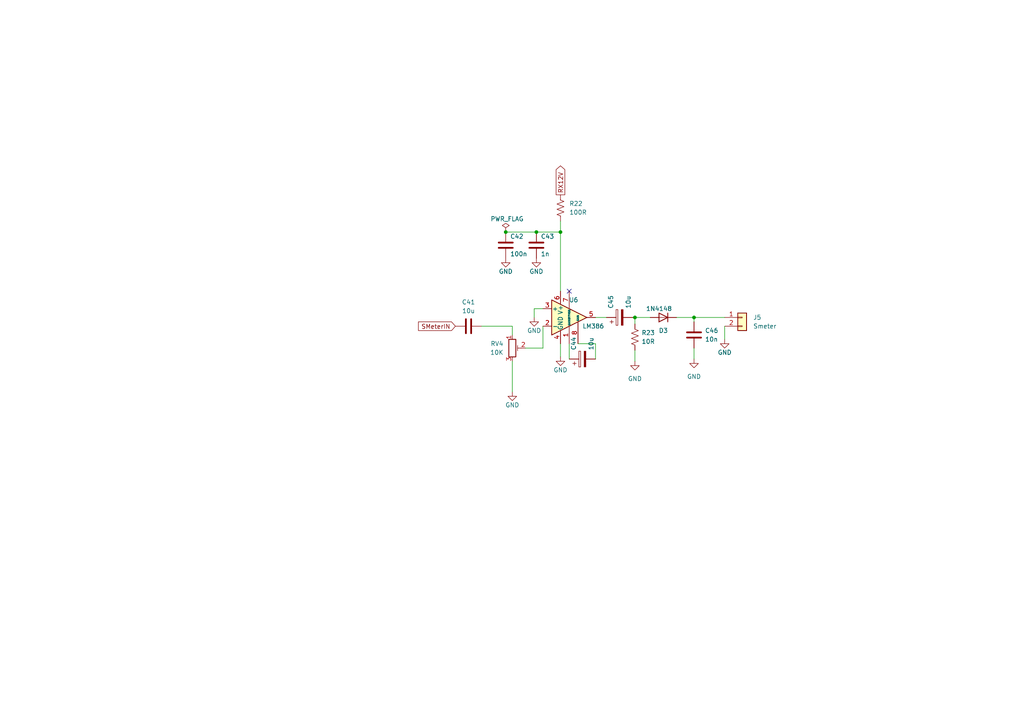
<source format=kicad_sch>
(kicad_sch (version 20211123) (generator eeschema)
  (paper "A4")
  (lib_symbols
    (symbol "Amplifier_Audio:LM386" (pin_names (offset 0.127))
      (property "Reference" "U" (at 1.27 7.62 0))
      (property "Value" "LM386" (at 1.27 5.08 0))
      (symbol "LM386_0_1"
        (polyline (pts (xy 5.08 0) (xy -5.08 5.08) (xy -5.08 -5.08) (xy 5.08 0)) (stroke (width 0.254)) (fill (type background)))
      )
      (symbol "LM386_1_1"
        (pin input line (at 0 -7.62 90) (length 5.08) (name "GAIN") (number "1"))
        (pin input line (at -7.62 -2.54 0) (length 2.54) (name "-") (number "2"))
        (pin input line (at -7.62 2.54 0) (length 2.54) (name "+") (number "3"))
        (pin power_in line (at -2.54 -7.62 90) (length 3.81) (name "GND") (number "4"))
        (pin output line (at 7.62 0 180) (length 2.54) (name "~") (number "5"))
        (pin power_in line (at -2.54 7.62 270) (length 3.81) (name "V+") (number "6"))
        (pin input line (at 0 7.62 270) (length 5.08) (name "BYPASS") (number "7"))
        (pin input line (at 2.54 -7.62 90) (length 6.35) (name "GAIN") (number "8"))
      )
    )
    (symbol "Connector_Generic:Conn_01x02" (pin_names (offset 1.016) hide)
      (property "Reference" "J" (at 0 2.54 0))
      (property "Value" "Conn_01x02" (at 0 -5.08 0))
      (symbol "Conn_01x02_1_1"
        (rectangle (start -1.27 -2.413) (end 0 -2.667) (stroke (width 0.1524)))
        (rectangle (start -1.27 0.127) (end 0 -0.127) (stroke (width 0.1524)))
        (rectangle (start -1.27 1.27) (end 1.27 -3.81) (stroke (width 0.254)) (fill (type background)))
        (pin passive line (at -5.08 0 0) (length 3.81) (name "Pin_1") (number "1"))
        (pin passive line (at -5.08 -2.54 0) (length 3.81) (name "Pin_2") (number "2"))
      )
    )
    (symbol "Device:C" (pin_numbers hide) (pin_names (offset 0.254))
      (property "Reference" "C" (at 0.635 2.54 0))
      (property "Value" "C" (at 0.635 -2.54 0))
      (symbol "C_0_1"
        (polyline (pts (xy -2.032 -0.762) (xy 2.032 -0.762)) (stroke (width 0.508)))
        (polyline (pts (xy -2.032 0.762) (xy 2.032 0.762)) (stroke (width 0.508)))
      )
      (symbol "C_1_1"
        (pin passive line (at 0 3.81 270) (length 2.794) (name "~") (number "1"))
        (pin passive line (at 0 -3.81 90) (length 2.794) (name "~") (number "2"))
      )
    )
    (symbol "Device:C_Polarized" (pin_numbers hide) (pin_names (offset 0.254))
      (property "Reference" "C" (at 0.635 2.54 0))
      (property "Value" "C_Polarized" (at 0.635 -2.54 0))
      (symbol "C_Polarized_0_1"
        (rectangle (start -2.286 0.508) (end 2.286 1.016))
        (polyline (pts (xy -1.778 2.286) (xy -0.762 2.286)))
        (polyline (pts (xy -1.27 2.794) (xy -1.27 1.778)))
        (rectangle (start 2.286 -0.508) (end -2.286 -1.016) (fill (type outline)))
      )
      (symbol "C_Polarized_1_1"
        (pin passive line (at 0 3.81 270) (length 2.794) (name "~") (number "1"))
        (pin passive line (at 0 -3.81 90) (length 2.794) (name "~") (number "2"))
      )
    )
    (symbol "Device:R_Potentiometer_Trim" (pin_names (offset 1.016) hide)
      (property "Reference" "RV" (at -4.445 0 90))
      (property "Value" "R_Potentiometer_Trim" (at -2.54 0 90))
      (symbol "R_Potentiometer_Trim_0_1"
        (polyline (pts (xy 1.524 0.762) (xy 1.524 -0.762)))
        (polyline (pts (xy 2.54 0) (xy 1.524 0)))
        (rectangle (start 1.016 2.54) (end -1.016 -2.54) (stroke (width 0.254)))
      )
      (symbol "R_Potentiometer_Trim_1_1"
        (pin passive line (at 0 3.81 270) (length 1.27) (name "1") (number "1"))
        (pin passive line (at 3.81 0 180) (length 1.27) (name "2") (number "2"))
        (pin passive line (at 0 -3.81 90) (length 1.27) (name "3") (number "3"))
      )
    )
    (symbol "Device:R_US" (pin_numbers hide) (pin_names (offset 0))
      (property "Reference" "R" (at 2.54 0 90))
      (property "Value" "R_US" (at -2.54 0 90))
      (symbol "R_US_0_1"
        (polyline (pts (xy 0 -2.286) (xy 0 -2.54)))
        (polyline (pts (xy 0 2.286) (xy 0 2.54)))
        (polyline (pts (xy 0 -0.762) (xy 1.016 -1.143) (xy 0 -1.524) (xy -1.016 -1.905) (xy 0 -2.286)))
        (polyline (pts (xy 0 0.762) (xy 1.016 0.381) (xy 0 0) (xy -1.016 -0.381) (xy 0 -0.762)))
        (polyline (pts (xy 0 2.286) (xy 1.016 1.905) (xy 0 1.524) (xy -1.016 1.143) (xy 0 0.762)))
      )
      (symbol "R_US_1_1"
        (pin passive line (at 0 3.81 270) (length 1.27) (name "~") (number "1"))
        (pin passive line (at 0 -3.81 90) (length 1.27) (name "~") (number "2"))
      )
    )
    (symbol "Diode:1N914" (pin_numbers hide) (pin_names (offset 1.016) hide)
      (property "Reference" "D" (at 0 2.54 0))
      (property "Value" "1N914" (at 0 -2.54 0))
      (symbol "1N914_0_1"
        (polyline (pts (xy -1.27 1.27) (xy -1.27 -1.27)) (stroke (width 0.254)))
        (polyline (pts (xy 1.27 0) (xy -1.27 0)))
        (polyline (pts (xy 1.27 1.27) (xy 1.27 -1.27) (xy -1.27 0) (xy 1.27 1.27)) (stroke (width 0.254)))
      )
      (symbol "1N914_1_1"
        (pin passive line (at -3.81 0 0) (length 2.54) (name "K") (number "1"))
        (pin passive line (at 3.81 0 180) (length 2.54) (name "A") (number "2"))
      )
    )
    (symbol "power:GND" (power) (pin_names (offset 0))
      (property "Value" "GND" (at 0 -3.81 0))
      (symbol "GND_0_1"
        (polyline (pts (xy 0 0) (xy 0 -1.27) (xy 1.27 -1.27) (xy 0 -2.54) (xy -1.27 -1.27) (xy 0 -1.27)))
      )
      (symbol "GND_1_1"
        (pin power_in line (at 0 0 270) (length 0) hide (name "GND") (number "1"))
      )
    )
    (symbol "power:PWR_FLAG" (power) (pin_numbers hide) (pin_names (offset 0) hide)
      (property "Value" "PWR_FLAG" (at 0 3.81 0))
      (symbol "PWR_FLAG_0_0"
        (pin power_out line (at 0 0 90) (length 0) (name "pwr") (number "1"))
      )
      (symbol "PWR_FLAG_0_1"
        (polyline (pts (xy 0 0) (xy 0 1.27) (xy -1.016 1.905) (xy 0 2.54) (xy 1.016 1.905) (xy 0 1.27)))
      )
    )
  )
  (junction (at 155.575 67.31))
  (junction (at 146.685 67.31))
  (junction (at 162.56 67.31))
  (junction (at 201.295 92.075))
  (junction (at 184.15 92.075))
  (no_connect (at 165.1 84.455))
  (wire (pts (xy 157.48 89.535) (xy 154.94 89.535)))
  (wire (pts (xy 165.1 99.695) (xy 165.1 104.14)))
  (wire (pts (xy 146.685 67.31) (xy 155.575 67.31)))
  (wire (pts (xy 162.56 103.505) (xy 162.56 99.695)))
  (wire (pts (xy 183.515 92.075) (xy 184.15 92.075)))
  (wire (pts (xy 172.72 99.695) (xy 172.72 104.14)))
  (wire (pts (xy 154.94 89.535) (xy 154.94 92.075)))
  (wire (pts (xy 157.48 94.615) (xy 157.48 100.965)))
  (wire (pts (xy 201.295 92.075) (xy 210.185 92.075)))
  (wire (pts (xy 162.56 64.135) (xy 162.56 67.31)))
  (wire (pts (xy 184.15 92.075) (xy 188.595 92.075)))
  (wire (pts (xy 157.48 100.965) (xy 152.4 100.965)))
  (wire (pts (xy 155.575 67.31) (xy 162.56 67.31)))
  (wire (pts (xy 184.15 104.775) (xy 184.15 101.6)))
  (wire (pts (xy 162.56 67.31) (xy 162.56 84.455)))
  (wire (pts (xy 139.7 94.615) (xy 148.59 94.615)))
  (wire (pts (xy 210.185 94.615) (xy 210.185 98.425)))
  (wire (pts (xy 201.295 92.075) (xy 201.295 93.345)))
  (wire (pts (xy 167.64 99.695) (xy 172.72 99.695)))
  (wire (pts (xy 201.295 100.965) (xy 201.295 104.14)))
  (wire (pts (xy 148.59 94.615) (xy 148.59 97.155)))
  (wire (pts (xy 196.215 92.075) (xy 201.295 92.075)))
  (wire (pts (xy 184.15 92.075) (xy 184.15 93.98)))
  (wire (pts (xy 172.72 92.075) (xy 175.895 92.075)))
  (wire (pts (xy 148.59 104.775) (xy 148.59 113.665)))
  (global_label "RX12V" (shape output) (at 162.56 56.515 90) (property "Intersheet References" "${INTERSHEET_REFS}" (effects hide)))
  (global_label "SMeterIN" (shape input) (at 132.08 94.615 180) (property "Intersheet References" "${INTERSHEET_REFS}" (effects hide)))
  (symbol (lib_id "Device:R_US") (at 162.56 60.325 0) (unit 1)
    (property "Reference" "R22" (at 165.1 59.0549 0) (effects (justify left)))
    (property "Value" "100R" (at 165.1 61.5949 0) (effects (justify left)))
    (property "Footprint" "Resistor_THT:R_Axial_DIN0207_L6.3mm_D2.5mm_P10.16mm_Horizontal" (effects hide))
  )
  (symbol (lib_id "power:GND") (at 154.94 92.075 0) (unit 1)
    (property "Reference" "#PWR033" (effects hide))
    (property "Value" "GND" (at 154.94 95.885 0))
  )
  (symbol (lib_id "power:GND") (at 146.685 74.93 0) (unit 1)
    (property "Reference" "#PWR031" (effects hide))
    (property "Value" "GND" (at 146.685 78.74 0))
  )
  (symbol (lib_id "Device:C") (at 201.295 97.155 0) (unit 1)
    (property "Reference" "C46" (at 204.47 95.8849 0) (effects (justify left)))
    (property "Value" "10n" (at 204.47 98.4249 0) (effects (justify left)))
    (property "Footprint" "Capacitor_THT:C_Disc_D3.4mm_W2.1mm_P2.50mm" (effects hide))
  )
  (symbol (lib_id "Amplifier_Audio:LM386") (at 165.1 92.075 0) (unit 1)
    (property "Reference" "U6" (at 166.37 86.995 0))
    (property "Value" "LM386" (at 172.085 94.615 0))
    (property "Footprint" "Package_DIP:DIP-8_W7.62mm_Socket" (effects hide))
    (property "Datasheet" "http://www.ti.com/lit/ds/symlink/lm386.pdf" (effects hide))
  )
  (symbol (lib_id "power:GND") (at 155.575 74.93 0) (unit 1)
    (property "Reference" "#PWR034" (effects hide))
    (property "Value" "GND" (at 155.575 78.74 0))
  )
  (symbol (lib_id "Device:C_Polarized") (at 168.91 104.14 90) (unit 1)
    (property "Reference" "C44" (at 166.37 101.6 0) (effects (justify left)))
    (property "Value" "10u" (at 171.45 101.6 0) (effects (justify left)))
    (property "Footprint" "Capacitor_THT:CP_Radial_D8.0mm_P2.50mm" (effects hide))
  )
  (symbol (lib_id "power:GND") (at 162.56 103.505 0) (unit 1)
    (property "Reference" "#PWR035" (effects hide))
    (property "Value" "GND" (at 162.56 107.315 0))
  )
  (symbol (lib_id "power:GND") (at 148.59 113.665 0) (unit 1)
    (property "Reference" "#PWR032" (effects hide))
    (property "Value" "GND" (at 148.59 117.475 0))
  )
  (symbol (lib_id "Device:R_US") (at 184.15 97.79 180) (unit 1)
    (property "Reference" "R23" (at 186.055 96.5199 0) (effects (justify right)))
    (property "Value" "10R" (at 186.055 99.0599 0) (effects (justify right)))
    (property "Footprint" "Resistor_THT:R_Axial_DIN0207_L6.3mm_D2.5mm_P10.16mm_Horizontal" (effects hide))
  )
  (symbol (lib_id "power:GND") (at 184.15 104.775 0) (unit 1)
    (property "Reference" "#PWR036" (effects hide))
    (property "Value" "GND" (at 184.15 109.855 0))
  )
  (symbol (lib_id "Device:C") (at 135.89 94.615 90) (unit 1)
    (property "Reference" "C41" (at 135.89 87.63 90))
    (property "Value" "10u" (at 135.89 90.17 90))
    (property "Footprint" "Capacitor_THT:C_Disc_D3.4mm_W2.1mm_P2.50mm" (effects hide))
  )
  (symbol (lib_id "Diode:1N914") (at 192.405 92.075 180) (unit 1)
    (property "Reference" "D3" (at 192.405 95.885 0))
    (property "Value" "1N4148" (at 191.135 89.535 0))
    (property "Footprint" "Diode_THT:D_DO-35_SOD27_P7.62mm_Horizontal" (effects hide))
    (property "Datasheet" "http://www.vishay.com/docs/85622/1n914.pdf" (effects hide))
  )
  (symbol (lib_id "Connector_Generic:Conn_01x02") (at 215.265 92.075 0) (unit 1)
    (property "Reference" "J5" (at 218.44 92.0749 0) (effects (justify left)))
    (property "Value" "Smeter" (at 218.44 94.6149 0) (effects (justify left)))
    (property "Footprint" "Connector_PinHeader_2.54mm:PinHeader_1x02_P2.54mm_Vertical" (effects hide))
  )
  (symbol (lib_id "power:GND") (at 210.185 98.425 0) (unit 1)
    (property "Reference" "#PWR038" (effects hide))
    (property "Value" "GND" (at 210.185 102.235 0))
  )
  (symbol (lib_id "Device:C") (at 155.575 71.12 0) (unit 1)
    (property "Reference" "C43" (at 156.845 68.58 0) (effects (justify left)))
    (property "Value" "1n" (at 156.845 73.66 0) (effects (justify left)))
    (property "Footprint" "Capacitor_THT:C_Disc_D3.4mm_W2.1mm_P2.50mm" (effects hide))
  )
  (symbol (lib_id "Device:R_Potentiometer_Trim") (at 148.59 100.965 0) (unit 1)
    (property "Reference" "RV4" (at 146.05 99.6949 0) (effects (justify right)))
    (property "Value" "10K" (at 146.05 102.2349 0) (effects (justify right)))
    (property "Footprint" "Potentiometer_THT:Potentiometer_Bourns_3296W_Vertical" (effects hide))
  )
  (symbol (lib_id "power:GND") (at 201.295 104.14 0) (unit 1)
    (property "Reference" "#PWR037" (effects hide))
    (property "Value" "GND" (at 201.295 109.22 0))
  )
  (symbol (lib_id "Device:C_Polarized") (at 179.705 92.075 90) (unit 1)
    (property "Reference" "C45" (at 177.165 89.535 0) (effects (justify left)))
    (property "Value" "10u" (at 182.245 89.535 0) (effects (justify left)))
    (property "Footprint" "Capacitor_THT:CP_Radial_D8.0mm_P2.50mm" (effects hide))
  )
  (symbol (lib_id "Device:C") (at 146.685 71.12 0) (unit 1)
    (property "Reference" "C42" (at 147.955 68.58 0) (effects (justify left)))
    (property "Value" "100n" (at 147.955 73.66 0) (effects (justify left)))
    (property "Footprint" "Capacitor_THT:C_Disc_D3.4mm_W2.1mm_P2.50mm" (effects hide))
  )
  (symbol (lib_id "power:PWR_FLAG") (at 146.685 67.31 0) (unit 1)
    (property "Reference" "#FLG05" (effects hide))
    (property "Value" "PWR_FLAG" (at 142.24 63.5 0) (effects (justify left)))
  )
)
</source>
